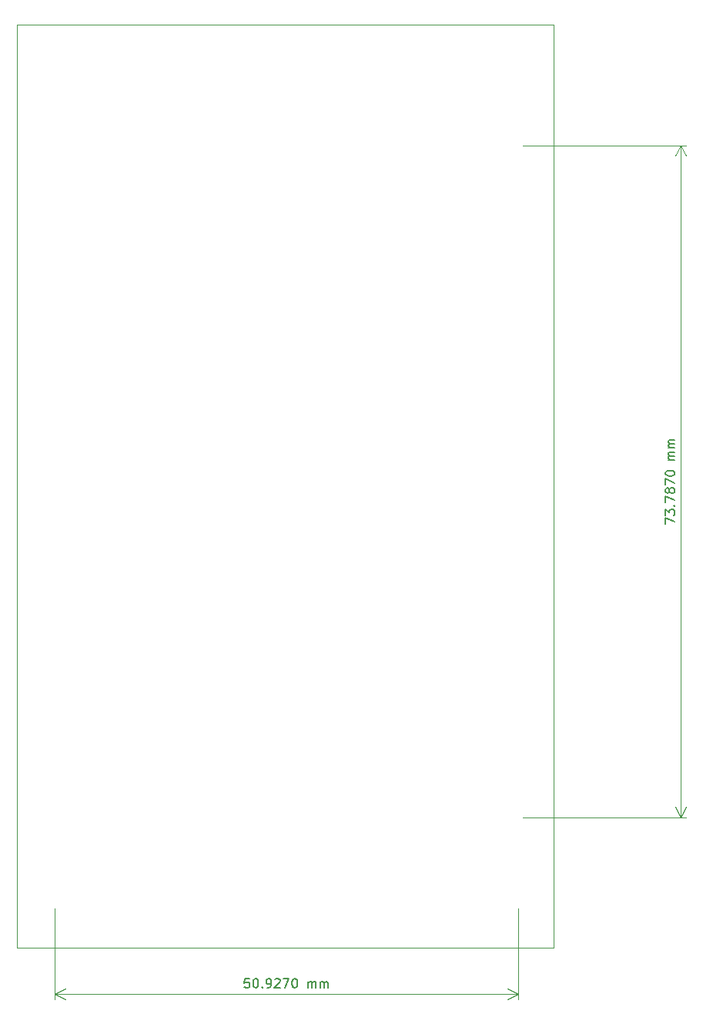
<source format=gbr>
%TF.GenerationSoftware,KiCad,Pcbnew,8.0.8*%
%TF.CreationDate,2025-03-13T01:14:29-05:00*%
%TF.ProjectId,BackTracker,4261636b-5472-4616-936b-65722e6b6963,rev?*%
%TF.SameCoordinates,Original*%
%TF.FileFunction,Profile,NP*%
%FSLAX46Y46*%
G04 Gerber Fmt 4.6, Leading zero omitted, Abs format (unit mm)*
G04 Created by KiCad (PCBNEW 8.0.8) date 2025-03-13 01:14:29*
%MOMM*%
%LPD*%
G01*
G04 APERTURE LIST*
%ADD10C,0.150000*%
%TA.AperFunction,Profile*%
%ADD11C,0.050000*%
%TD*%
G04 APERTURE END LIST*
D10*
X97187262Y-134956819D02*
X96711072Y-134956819D01*
X96711072Y-134956819D02*
X96663453Y-135433009D01*
X96663453Y-135433009D02*
X96711072Y-135385390D01*
X96711072Y-135385390D02*
X96806310Y-135337771D01*
X96806310Y-135337771D02*
X97044405Y-135337771D01*
X97044405Y-135337771D02*
X97139643Y-135385390D01*
X97139643Y-135385390D02*
X97187262Y-135433009D01*
X97187262Y-135433009D02*
X97234881Y-135528247D01*
X97234881Y-135528247D02*
X97234881Y-135766342D01*
X97234881Y-135766342D02*
X97187262Y-135861580D01*
X97187262Y-135861580D02*
X97139643Y-135909200D01*
X97139643Y-135909200D02*
X97044405Y-135956819D01*
X97044405Y-135956819D02*
X96806310Y-135956819D01*
X96806310Y-135956819D02*
X96711072Y-135909200D01*
X96711072Y-135909200D02*
X96663453Y-135861580D01*
X97853929Y-134956819D02*
X97949167Y-134956819D01*
X97949167Y-134956819D02*
X98044405Y-135004438D01*
X98044405Y-135004438D02*
X98092024Y-135052057D01*
X98092024Y-135052057D02*
X98139643Y-135147295D01*
X98139643Y-135147295D02*
X98187262Y-135337771D01*
X98187262Y-135337771D02*
X98187262Y-135575866D01*
X98187262Y-135575866D02*
X98139643Y-135766342D01*
X98139643Y-135766342D02*
X98092024Y-135861580D01*
X98092024Y-135861580D02*
X98044405Y-135909200D01*
X98044405Y-135909200D02*
X97949167Y-135956819D01*
X97949167Y-135956819D02*
X97853929Y-135956819D01*
X97853929Y-135956819D02*
X97758691Y-135909200D01*
X97758691Y-135909200D02*
X97711072Y-135861580D01*
X97711072Y-135861580D02*
X97663453Y-135766342D01*
X97663453Y-135766342D02*
X97615834Y-135575866D01*
X97615834Y-135575866D02*
X97615834Y-135337771D01*
X97615834Y-135337771D02*
X97663453Y-135147295D01*
X97663453Y-135147295D02*
X97711072Y-135052057D01*
X97711072Y-135052057D02*
X97758691Y-135004438D01*
X97758691Y-135004438D02*
X97853929Y-134956819D01*
X98615834Y-135861580D02*
X98663453Y-135909200D01*
X98663453Y-135909200D02*
X98615834Y-135956819D01*
X98615834Y-135956819D02*
X98568215Y-135909200D01*
X98568215Y-135909200D02*
X98615834Y-135861580D01*
X98615834Y-135861580D02*
X98615834Y-135956819D01*
X99139643Y-135956819D02*
X99330119Y-135956819D01*
X99330119Y-135956819D02*
X99425357Y-135909200D01*
X99425357Y-135909200D02*
X99472976Y-135861580D01*
X99472976Y-135861580D02*
X99568214Y-135718723D01*
X99568214Y-135718723D02*
X99615833Y-135528247D01*
X99615833Y-135528247D02*
X99615833Y-135147295D01*
X99615833Y-135147295D02*
X99568214Y-135052057D01*
X99568214Y-135052057D02*
X99520595Y-135004438D01*
X99520595Y-135004438D02*
X99425357Y-134956819D01*
X99425357Y-134956819D02*
X99234881Y-134956819D01*
X99234881Y-134956819D02*
X99139643Y-135004438D01*
X99139643Y-135004438D02*
X99092024Y-135052057D01*
X99092024Y-135052057D02*
X99044405Y-135147295D01*
X99044405Y-135147295D02*
X99044405Y-135385390D01*
X99044405Y-135385390D02*
X99092024Y-135480628D01*
X99092024Y-135480628D02*
X99139643Y-135528247D01*
X99139643Y-135528247D02*
X99234881Y-135575866D01*
X99234881Y-135575866D02*
X99425357Y-135575866D01*
X99425357Y-135575866D02*
X99520595Y-135528247D01*
X99520595Y-135528247D02*
X99568214Y-135480628D01*
X99568214Y-135480628D02*
X99615833Y-135385390D01*
X99996786Y-135052057D02*
X100044405Y-135004438D01*
X100044405Y-135004438D02*
X100139643Y-134956819D01*
X100139643Y-134956819D02*
X100377738Y-134956819D01*
X100377738Y-134956819D02*
X100472976Y-135004438D01*
X100472976Y-135004438D02*
X100520595Y-135052057D01*
X100520595Y-135052057D02*
X100568214Y-135147295D01*
X100568214Y-135147295D02*
X100568214Y-135242533D01*
X100568214Y-135242533D02*
X100520595Y-135385390D01*
X100520595Y-135385390D02*
X99949167Y-135956819D01*
X99949167Y-135956819D02*
X100568214Y-135956819D01*
X100901548Y-134956819D02*
X101568214Y-134956819D01*
X101568214Y-134956819D02*
X101139643Y-135956819D01*
X102139643Y-134956819D02*
X102234881Y-134956819D01*
X102234881Y-134956819D02*
X102330119Y-135004438D01*
X102330119Y-135004438D02*
X102377738Y-135052057D01*
X102377738Y-135052057D02*
X102425357Y-135147295D01*
X102425357Y-135147295D02*
X102472976Y-135337771D01*
X102472976Y-135337771D02*
X102472976Y-135575866D01*
X102472976Y-135575866D02*
X102425357Y-135766342D01*
X102425357Y-135766342D02*
X102377738Y-135861580D01*
X102377738Y-135861580D02*
X102330119Y-135909200D01*
X102330119Y-135909200D02*
X102234881Y-135956819D01*
X102234881Y-135956819D02*
X102139643Y-135956819D01*
X102139643Y-135956819D02*
X102044405Y-135909200D01*
X102044405Y-135909200D02*
X101996786Y-135861580D01*
X101996786Y-135861580D02*
X101949167Y-135766342D01*
X101949167Y-135766342D02*
X101901548Y-135575866D01*
X101901548Y-135575866D02*
X101901548Y-135337771D01*
X101901548Y-135337771D02*
X101949167Y-135147295D01*
X101949167Y-135147295D02*
X101996786Y-135052057D01*
X101996786Y-135052057D02*
X102044405Y-135004438D01*
X102044405Y-135004438D02*
X102139643Y-134956819D01*
X103663453Y-135956819D02*
X103663453Y-135290152D01*
X103663453Y-135385390D02*
X103711072Y-135337771D01*
X103711072Y-135337771D02*
X103806310Y-135290152D01*
X103806310Y-135290152D02*
X103949167Y-135290152D01*
X103949167Y-135290152D02*
X104044405Y-135337771D01*
X104044405Y-135337771D02*
X104092024Y-135433009D01*
X104092024Y-135433009D02*
X104092024Y-135956819D01*
X104092024Y-135433009D02*
X104139643Y-135337771D01*
X104139643Y-135337771D02*
X104234881Y-135290152D01*
X104234881Y-135290152D02*
X104377738Y-135290152D01*
X104377738Y-135290152D02*
X104472977Y-135337771D01*
X104472977Y-135337771D02*
X104520596Y-135433009D01*
X104520596Y-135433009D02*
X104520596Y-135956819D01*
X104996786Y-135956819D02*
X104996786Y-135290152D01*
X104996786Y-135385390D02*
X105044405Y-135337771D01*
X105044405Y-135337771D02*
X105139643Y-135290152D01*
X105139643Y-135290152D02*
X105282500Y-135290152D01*
X105282500Y-135290152D02*
X105377738Y-135337771D01*
X105377738Y-135337771D02*
X105425357Y-135433009D01*
X105425357Y-135433009D02*
X105425357Y-135956819D01*
X105425357Y-135433009D02*
X105472976Y-135337771D01*
X105472976Y-135337771D02*
X105568214Y-135290152D01*
X105568214Y-135290152D02*
X105711071Y-135290152D01*
X105711071Y-135290152D02*
X105806310Y-135337771D01*
X105806310Y-135337771D02*
X105853929Y-135433009D01*
X105853929Y-135433009D02*
X105853929Y-135956819D01*
D11*
X126746000Y-127246000D02*
X126746000Y-137238420D01*
X75819000Y-127246000D02*
X75819000Y-137238420D01*
X126746000Y-136652000D02*
X75819000Y-136652000D01*
X126746000Y-136652000D02*
X75819000Y-136652000D01*
X126746000Y-136652000D02*
X125619496Y-137238421D01*
X126746000Y-136652000D02*
X125619496Y-136065579D01*
X75819000Y-136652000D02*
X76945504Y-136065579D01*
X75819000Y-136652000D02*
X76945504Y-137238421D01*
D10*
X142957819Y-84994165D02*
X142957819Y-84327499D01*
X142957819Y-84327499D02*
X143957819Y-84756070D01*
X142957819Y-84041784D02*
X142957819Y-83422737D01*
X142957819Y-83422737D02*
X143338771Y-83756070D01*
X143338771Y-83756070D02*
X143338771Y-83613213D01*
X143338771Y-83613213D02*
X143386390Y-83517975D01*
X143386390Y-83517975D02*
X143434009Y-83470356D01*
X143434009Y-83470356D02*
X143529247Y-83422737D01*
X143529247Y-83422737D02*
X143767342Y-83422737D01*
X143767342Y-83422737D02*
X143862580Y-83470356D01*
X143862580Y-83470356D02*
X143910200Y-83517975D01*
X143910200Y-83517975D02*
X143957819Y-83613213D01*
X143957819Y-83613213D02*
X143957819Y-83898927D01*
X143957819Y-83898927D02*
X143910200Y-83994165D01*
X143910200Y-83994165D02*
X143862580Y-84041784D01*
X143862580Y-82994165D02*
X143910200Y-82946546D01*
X143910200Y-82946546D02*
X143957819Y-82994165D01*
X143957819Y-82994165D02*
X143910200Y-83041784D01*
X143910200Y-83041784D02*
X143862580Y-82994165D01*
X143862580Y-82994165D02*
X143957819Y-82994165D01*
X142957819Y-82613213D02*
X142957819Y-81946547D01*
X142957819Y-81946547D02*
X143957819Y-82375118D01*
X143386390Y-81422737D02*
X143338771Y-81517975D01*
X143338771Y-81517975D02*
X143291152Y-81565594D01*
X143291152Y-81565594D02*
X143195914Y-81613213D01*
X143195914Y-81613213D02*
X143148295Y-81613213D01*
X143148295Y-81613213D02*
X143053057Y-81565594D01*
X143053057Y-81565594D02*
X143005438Y-81517975D01*
X143005438Y-81517975D02*
X142957819Y-81422737D01*
X142957819Y-81422737D02*
X142957819Y-81232261D01*
X142957819Y-81232261D02*
X143005438Y-81137023D01*
X143005438Y-81137023D02*
X143053057Y-81089404D01*
X143053057Y-81089404D02*
X143148295Y-81041785D01*
X143148295Y-81041785D02*
X143195914Y-81041785D01*
X143195914Y-81041785D02*
X143291152Y-81089404D01*
X143291152Y-81089404D02*
X143338771Y-81137023D01*
X143338771Y-81137023D02*
X143386390Y-81232261D01*
X143386390Y-81232261D02*
X143386390Y-81422737D01*
X143386390Y-81422737D02*
X143434009Y-81517975D01*
X143434009Y-81517975D02*
X143481628Y-81565594D01*
X143481628Y-81565594D02*
X143576866Y-81613213D01*
X143576866Y-81613213D02*
X143767342Y-81613213D01*
X143767342Y-81613213D02*
X143862580Y-81565594D01*
X143862580Y-81565594D02*
X143910200Y-81517975D01*
X143910200Y-81517975D02*
X143957819Y-81422737D01*
X143957819Y-81422737D02*
X143957819Y-81232261D01*
X143957819Y-81232261D02*
X143910200Y-81137023D01*
X143910200Y-81137023D02*
X143862580Y-81089404D01*
X143862580Y-81089404D02*
X143767342Y-81041785D01*
X143767342Y-81041785D02*
X143576866Y-81041785D01*
X143576866Y-81041785D02*
X143481628Y-81089404D01*
X143481628Y-81089404D02*
X143434009Y-81137023D01*
X143434009Y-81137023D02*
X143386390Y-81232261D01*
X142957819Y-80708451D02*
X142957819Y-80041785D01*
X142957819Y-80041785D02*
X143957819Y-80470356D01*
X142957819Y-79470356D02*
X142957819Y-79375118D01*
X142957819Y-79375118D02*
X143005438Y-79279880D01*
X143005438Y-79279880D02*
X143053057Y-79232261D01*
X143053057Y-79232261D02*
X143148295Y-79184642D01*
X143148295Y-79184642D02*
X143338771Y-79137023D01*
X143338771Y-79137023D02*
X143576866Y-79137023D01*
X143576866Y-79137023D02*
X143767342Y-79184642D01*
X143767342Y-79184642D02*
X143862580Y-79232261D01*
X143862580Y-79232261D02*
X143910200Y-79279880D01*
X143910200Y-79279880D02*
X143957819Y-79375118D01*
X143957819Y-79375118D02*
X143957819Y-79470356D01*
X143957819Y-79470356D02*
X143910200Y-79565594D01*
X143910200Y-79565594D02*
X143862580Y-79613213D01*
X143862580Y-79613213D02*
X143767342Y-79660832D01*
X143767342Y-79660832D02*
X143576866Y-79708451D01*
X143576866Y-79708451D02*
X143338771Y-79708451D01*
X143338771Y-79708451D02*
X143148295Y-79660832D01*
X143148295Y-79660832D02*
X143053057Y-79613213D01*
X143053057Y-79613213D02*
X143005438Y-79565594D01*
X143005438Y-79565594D02*
X142957819Y-79470356D01*
X143957819Y-77946546D02*
X143291152Y-77946546D01*
X143386390Y-77946546D02*
X143338771Y-77898927D01*
X143338771Y-77898927D02*
X143291152Y-77803689D01*
X143291152Y-77803689D02*
X143291152Y-77660832D01*
X143291152Y-77660832D02*
X143338771Y-77565594D01*
X143338771Y-77565594D02*
X143434009Y-77517975D01*
X143434009Y-77517975D02*
X143957819Y-77517975D01*
X143434009Y-77517975D02*
X143338771Y-77470356D01*
X143338771Y-77470356D02*
X143291152Y-77375118D01*
X143291152Y-77375118D02*
X143291152Y-77232261D01*
X143291152Y-77232261D02*
X143338771Y-77137022D01*
X143338771Y-77137022D02*
X143434009Y-77089403D01*
X143434009Y-77089403D02*
X143957819Y-77089403D01*
X143957819Y-76613213D02*
X143291152Y-76613213D01*
X143386390Y-76613213D02*
X143338771Y-76565594D01*
X143338771Y-76565594D02*
X143291152Y-76470356D01*
X143291152Y-76470356D02*
X143291152Y-76327499D01*
X143291152Y-76327499D02*
X143338771Y-76232261D01*
X143338771Y-76232261D02*
X143434009Y-76184642D01*
X143434009Y-76184642D02*
X143957819Y-76184642D01*
X143434009Y-76184642D02*
X143338771Y-76137023D01*
X143338771Y-76137023D02*
X143291152Y-76041785D01*
X143291152Y-76041785D02*
X143291152Y-75898928D01*
X143291152Y-75898928D02*
X143338771Y-75803689D01*
X143338771Y-75803689D02*
X143434009Y-75756070D01*
X143434009Y-75756070D02*
X143957819Y-75756070D01*
D11*
X127246000Y-43434000D02*
X145239420Y-43434000D01*
X127246000Y-117221000D02*
X145239420Y-117221000D01*
X144653000Y-43434000D02*
X144653000Y-117221000D01*
X144653000Y-43434000D02*
X144653000Y-117221000D01*
X144653000Y-43434000D02*
X145239421Y-44560504D01*
X144653000Y-43434000D02*
X144066579Y-44560504D01*
X144653000Y-117221000D02*
X144066579Y-116094496D01*
X144653000Y-117221000D02*
X145239421Y-116094496D01*
X71649500Y-30099000D02*
X130683000Y-30099000D01*
X130683000Y-131572000D01*
X71649500Y-131572000D01*
X71649500Y-30099000D01*
M02*

</source>
